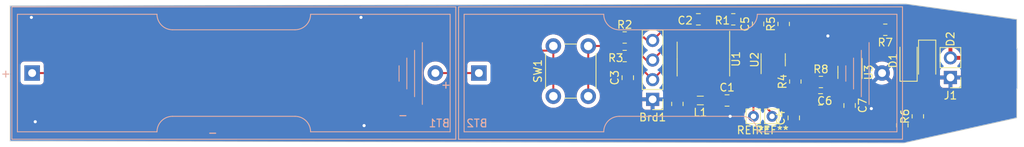
<source format=kicad_pcb>
(kicad_pcb (version 20221018) (generator pcbnew)
  (title_block (title "in circuit esr tester") (date "2024-08-15") (rev "1.4") (company "ozforester"))
  (layers (0 "F.Cu" signal) (31 "B.Cu" signal) (34 "B.Paste" user) (35 "F.Paste" user) (36 "B.SilkS" user "B.Silkscreen") (37 "F.SilkS" user "F.Silkscreen") (38 "B.Mask" user) (39 "F.Mask" user) (44 "Edge.Cuts" user))
  (net 0 "")
  (net 1 "GND")
  (net 2 "VCC")
  (net 3 "/SCL")
  (net 4 "/SDA")
  (net 5 "Net-(BT1-+)")
  (net 6 "Net-(U1-VDD)")
  (net 7 "/PWM")
  (net 8 "Net-(D1-A)")
  (net 9 "/CTRL")
  (net 10 "Net-(BT1--)")
  (net 11 "/ADC5")
  (net 12 "Net-(C4-Pad1)")
  (net 13 "Net-(U2-+)")
  (net 14 "Net-(U1-BOOT0)")
  (net 15 "Net-(U2--)")
  (net 16 "Net-(R8-Pad2)")
  (net 26 "SWD")
  (net 27 "SWCLK")
  (footprint "Capacitor_SMD:C_0805_2012Metric" (layer "F.Cu") (at 184.2 102.75)
    (fp_text reference "C1" (at 0 -1.68) (layer "F.SilkS"))
    (fp_text value "100n")
    (fp_line (start -0.261252 -0.735) (end 0.261252 -0.735) (stroke (width 0.12)) (layer "F.SilkS"))
    (fp_line (start -0.261252 0.735) (end 0.261252 0.735) (stroke (width 0.12)) (layer "F.SilkS"))
    (pad "1" smd roundrect (at -0.95 0) (size 1 1.45) (layers "F.Cu" "F.Paste" "F.Mask") (net 6 "Net-(U1-VDD)"))
    (pad "2" smd roundrect (at 0.95 0) (size 1 1.45) (layers "F.Cu" "F.Paste" "F.Mask") (net 1 "GND"))
  )
  (footprint "Resistor_SMD:R_0805_2012Metric" (layer "F.Cu") (at 208.8 104.8 90)
    (fp_text reference "R6" (at 0 -1.65 90) (layer "F.SilkS"))
    (fp_text value "1k")
    (fp_line (start -0.227064 -0.735) (end 0.227064 -0.735) (stroke (width 0.12)) (layer "F.SilkS"))
    (fp_line (start -0.227064 0.735) (end 0.227064 0.735) (stroke (width 0.12)) (layer "F.SilkS"))
    (pad "1" smd roundrect (at -0.9125 0 90) (size 1.025 1.4) (layers "F.Cu" "F.Paste" "F.Mask") (roundrect_rratio 0.243902439) (net 12 "Net-(C4-Pad1)"))
    (pad "2" smd roundrect (at 0.9125 0 90) (size 1.025 1.4) (layers "F.Cu" "F.Paste" "F.Mask") (roundrect_rratio 0.243902439) (net 8 "Net-(D1-A)"))
  )
  (footprint "Resistor_SMD:R_0805_2012Metric" (layer "F.Cu") (at 185 92.25 180)
    (fp_text reference "R1" (at 1.4 -0.15) (layer "F.SilkS"))
    (fp_text value "47k")
    (fp_line (start -0.227064 -0.735) (end 0.227064 -0.735) (stroke (width 0.12)) (layer "F.SilkS"))
    (fp_line (start -0.227064 0.735) (end 0.227064 0.735) (stroke (width 0.12)) (layer "F.SilkS"))
    (pad "1" smd roundrect (at -0.9125 0 180) (size 1.025 1.4) (layers "F.Cu" "F.Paste" "F.Mask") (roundrect_rratio 0.243902439) (net 1 "GND"))
    (pad "2" smd roundrect (at 0.9125 0 180) (size 1.025 1.4) (layers "F.Cu" "F.Paste" "F.Mask") (roundrect_rratio 0.243902439) (net 14 "Net-(U1-BOOT0)"))
  )
  (footprint "Resistor_SMD:R_0805_2012Metric" (layer "F.Cu") (at 171 97)
    (fp_text reference "R3" (at -1.15 0.25) (layer "F.SilkS"))
    (fp_text value "10k")
    (fp_line (start -0.227064 -0.735) (end 0.227064 -0.735) (stroke (width 0.12)) (layer "F.SilkS"))
    (fp_line (start -0.227064 0.735) (end 0.227064 0.735) (stroke (width 0.12)) (layer "F.SilkS"))
    (pad "1" smd roundrect (at -0.9125 0) (size 1.025 1.4) (layers "F.Cu" "F.Paste" "F.Mask") (roundrect_rratio 0.243902439) (net 2 "VCC"))
    (pad "2" smd roundrect (at 0.9125 0) (size 1.025 1.4) (layers "F.Cu" "F.Paste" "F.Mask") (roundrect_rratio 0.243902439) (net 3 "/SCL"))
  )
  (footprint "Resistor_SMD:R_0805_2012Metric" (layer "F.Cu") (at 193 100.3 90)
    (fp_text reference "R4" (at 0 -1.65 90) (layer "F.SilkS"))
    (fp_text value "330k")
    (fp_line (start -0.227064 -0.735) (end 0.227064 -0.735) (stroke (width 0.12)) (layer "F.SilkS"))
    (fp_line (start -0.227064 0.735) (end 0.227064 0.735) (stroke (width 0.12)) (layer "F.SilkS"))
    (pad "1" smd roundrect (at -0.9125 0 90) (size 1.025 1.4) (layers "F.Cu" "F.Paste" "F.Mask") (roundrect_rratio 0.243902439) (net 11 "/ADC5"))
    (pad "2" smd roundrect (at 0.9125 0 90) (size 1.025 1.4) (layers "F.Cu" "F.Paste" "F.Mask") (roundrect_rratio 0.243902439) (net 15 "Net-(U2--)"))
  )
  (footprint "Capacitor_SMD:C_0805_2012Metric" (layer "F.Cu") (at 196.25 102.6)
    (fp_text reference "C6" (at 0.55 0.2) (layer "F.SilkS"))
    (fp_text value "100n")
    (fp_line (start -0.261252 -0.735) (end 0.261252 -0.735) (stroke (width 0.12)) (layer "F.SilkS"))
    (fp_line (start -0.261252 0.735) (end 0.261252 0.735) (stroke (width 0.12)) (layer "F.SilkS"))
    (pad "1" smd roundrect (at -0.95 0) (size 1 1.45) (layers "F.Cu" "F.Paste" "F.Mask") (net 13 "Net-(U2-+)"))
    (pad "2" smd roundrect (at 0.95 0) (size 1 1.45) (layers "F.Cu" "F.Paste" "F.Mask") (net 1 "GND"))
  )
  (footprint "Connector_Pin:Pin_D0.7mm_L6.5mm_W1.8mm_FlatFork" (layer "F.Cu") (at 190 104.8)
    (fp_text reference "REF**" (at 0 1.8) (layer "F.SilkS"))
    (fp_text value "Pin_D0.7mm_L6.5mm_W1.8mm_FlatFork")
    (fp_line (start -0.95 -0.95) (end -0.95 0.95) (stroke (width 0.12)) (layer "F.SilkS"))
    (fp_line (start -0.95 0.95) (end 0.9 0.95) (stroke (width 0.12)) (layer "F.SilkS"))
    (fp_line (start 0.9 -0.95) (end -0.95 -0.95) (stroke (width 0.12)) (layer "F.SilkS"))
    (fp_line (start 0.9 -0.9) (end 0.9 -0.95) (stroke (width 0.12)) (layer "F.SilkS"))
    (fp_line (start 0.9 0.95) (end 0.9 -0.9) (stroke (width 0.12)) (layer "F.SilkS"))
    (pad "1" thru_hole circle (at 0 0) (size 1.4 1.4) (drill 0.7) (layers "*.Cu" "*.Mask") (net 27 "SWCLK"))
  )
  (footprint "Capacitor_SMD:C_0805_2012Metric" (layer "F.Cu") (at 200 103.4 -90)
    (fp_text reference "C7" (at 0 -1.68 90) (layer "F.SilkS"))
    (fp_text value "100n")
    (fp_line (start -0.261252 -0.735) (end 0.261252 -0.735) (stroke (width 0.12)) (layer "F.SilkS"))
    (fp_line (start -0.261252 0.735) (end 0.261252 0.735) (stroke (width 0.12)) (layer "F.SilkS"))
    (pad "1" smd roundrect (at -0.95 0 270) (size 1 1.45) (layers "F.Cu" "F.Paste" "F.Mask") (net 2 "VCC"))
    (pad "2" smd roundrect (at 0.95 0 270) (size 1 1.45) (layers "F.Cu" "F.Paste" "F.Mask") (net 1 "GND"))
  )
  (footprint "Capacitor_SMD:C_0805_2012Metric" (layer "F.Cu") (at 171.4 99.8 90)
    (fp_text reference "C3" (at 0 -1.68 90) (layer "F.SilkS"))
    (fp_text value "100n")
    (fp_line (start -0.261252 -0.735) (end 0.261252 -0.735) (stroke (width 0.12)) (layer "F.SilkS"))
    (fp_line (start -0.261252 0.735) (end 0.261252 0.735) (stroke (width 0.12)) (layer "F.SilkS"))
    (pad "1" smd roundrect (at -0.95 0 90) (size 1 1.45) (layers "F.Cu" "F.Paste" "F.Mask") (net 1 "GND"))
    (pad "2" smd roundrect (at 0.95 0 90) (size 1 1.45) (layers "F.Cu" "F.Paste" "F.Mask") (net 2 "VCC"))
  )
  (footprint "Resistor_SMD:R_0805_2012Metric" (layer "F.Cu") (at 191.5 92.85 90)
    (fp_text reference "R5" (at 0 -1.65 90) (layer "F.SilkS"))
    (fp_text value "4k7")
    (fp_line (start -0.227064 -0.735) (end 0.227064 -0.735) (stroke (width 0.12)) (layer "F.SilkS"))
    (fp_line (start -0.227064 0.735) (end 0.227064 0.735) (stroke (width 0.12)) (layer "F.SilkS"))
    (pad "1" smd roundrect (at -0.9125 0 90) (size 1.025 1.4) (layers "F.Cu" "F.Paste" "F.Mask") (roundrect_rratio 0.243902439) (net 15 "Net-(U2--)"))
    (pad "2" smd roundrect (at 0.9125 0 90) (size 1.025 1.4) (layers "F.Cu" "F.Paste" "F.Mask") (roundrect_rratio 0.243902439) (net 1 "GND"))
  )
  (footprint "Package_TO_SOT_SMD:SOT-23-5" (layer "F.Cu") (at 190.15 97.4875 90)
    (fp_text reference "U2" (at 0 -2.4 90) (layer "F.SilkS"))
    (fp_text value "MCP6001")
    (fp_line (start 0 -1.56) (end -1.8 -1.56) (stroke (width 0.12)) (layer "F.SilkS"))
    (fp_line (start 0 -1.56) (end 0.8 -1.56) (stroke (width 0.12)) (layer "F.SilkS"))
    (fp_line (start 0 1.56) (end -0.8 1.56) (stroke (width 0.12)) (layer "F.SilkS"))
    (fp_line (start 0 1.56) (end 0.8 1.56) (stroke (width 0.12)) (layer "F.SilkS"))
    (pad "1" smd roundrect (at -1.1375 -0.95 90) (size 1.325 0.6) (layers "F.Cu" "F.Paste" "F.Mask") (net 11 "/ADC5"))
    (pad "2" smd roundrect (at -1.1375 0 90) (size 1.325 0.6) (layers "F.Cu" "F.Paste" "F.Mask") (net 1 "GND"))
    (pad "3" smd roundrect (at -1.1375 0.95 90) (size 1.325 0.6) (layers "F.Cu" "F.Paste" "F.Mask") (net 13 "Net-(U2-+)"))
    (pad "4" smd roundrect (at 1.1375 0.95 90) (size 1.325 0.6) (layers "F.Cu" "F.Paste" "F.Mask") (net 15 "Net-(U2--)"))
    (pad "5" smd roundrect (at 1.1375 -0.95 90) (size 1.325 0.6) (layers "F.Cu" "F.Paste" "F.Mask") (net 2 "VCC"))
  )
  (footprint "Resistor_SMD:R_0805_2012Metric" (layer "F.Cu") (at 196.3 100.3625)
    (fp_text reference "R8" (at 0 -1.65) (layer "F.SilkS"))
    (fp_text value "1k")
    (fp_line (start -0.227064 -0.735) (end 0.227064 -0.735) (stroke (width 0.12)) (layer "F.SilkS"))
    (fp_line (start -0.227064 0.735) (end 0.227064 0.735) (stroke (width 0.12)) (layer "F.SilkS"))
    (pad "1" smd roundrect (at -0.9125 0) (size 1.025 1.4) (layers "F.Cu" "F.Paste" "F.Mask") (roundrect_rratio 0.243902439) (net 13 "Net-(U2-+)"))
    (pad "2" smd roundrect (at 0.9125 0) (size 1.025 1.4) (layers "F.Cu" "F.Paste" "F.Mask") (roundrect_rratio 0.243902439) (net 16 "Net-(R8-Pad2)"))
  )
  (footprint "Capacitor_SMD:C_0805_2012Metric" (layer "F.Cu") (at 188.2 92.85 90)
    (fp_text reference "C5" (at 0 -1.68 90) (layer "F.SilkS"))
    (fp_text value "100n")
    (fp_line (start -0.261252 -0.735) (end 0.261252 -0.735) (stroke (width 0.12)) (layer "F.SilkS"))
    (fp_line (start -0.261252 0.735) (end 0.261252 0.735) (stroke (width 0.12)) (layer "F.SilkS"))
    (pad "1" smd roundrect (at -0.95 0 90) (size 1 1.45) (layers "F.Cu" "F.Paste" "F.Mask") (net 2 "VCC"))
    (pad "2" smd roundrect (at 0.95 0 90) (size 1 1.45) (layers "F.Cu" "F.Paste" "F.Mask") (net 1 "GND"))
  )
  (footprint "Resistor_SMD:R_0805_2012Metric" (layer "F.Cu") (at 177.794108 103.194678 90)
    (fp_text reference "REF**" hide)
    (fp_text value "R_0805_2012Metric" hide)
    (fp_line (start -0.227064 -0.735) (end 0.227064 -0.735) (stroke (width 0.12)) (layer "F.SilkS"))
    (fp_line (start -0.227064 0.735) (end 0.227064 0.735) (stroke (width 0.12)) (layer "F.SilkS"))
    (pad "1" smd roundrect (at -0.9125 0 90) (size 1.025 1.4) (layers "F.Cu" "F.Paste" "F.Mask") (roundrect_rratio 0.243902439) (net 9 "/CTRL"))
    (pad "2" smd roundrect (at 0.9125 0 90) (size 1.025 1.4) (layers "F.Cu" "F.Paste" "F.Mask") (roundrect_rratio 0.243902439) (net 9 "/CTRL"))
  )
  (footprint "Button_Switch_THT:SW_PUSH_6mm_H5mm" (layer "F.Cu") (at 161.8 102.2 90)
    (fp_text reference "SW1" (at 3.25 -2 90) (layer "F.SilkS"))
    (fp_text value "power")
    (fp_line (start -0.25 1.5) (end -0.25 3) (stroke (width 0.12)) (layer "F.SilkS"))
    (fp_line (start 1 5.5) (end 5.5 5.5) (stroke (width 0.12)) (layer "F.SilkS"))
    (fp_line (start 5.5 -1) (end 1 -1) (stroke (width 0.12)) (layer "F.SilkS"))
    (fp_line (start 6.75 3) (end 6.75 1.5) (stroke (width 0.12)) (layer "F.SilkS"))
    (pad "1" thru_hole circle (at 0 0 180) (size 2 2) (drill 1.1) (layers "*.Cu" "*.Mask") (net 5 "Net-(BT1-+)"))
    (pad "1" thru_hole circle (at 6.5 0 180) (size 2 2) (drill 1.1) (layers "*.Cu" "*.Mask") (net 5 "Net-(BT1-+)"))
    (pad "2" thru_hole circle (at 0 4.5 180) (size 2 2) (drill 1.1) (layers "*.Cu" "*.Mask") (net 2 "VCC"))
    (pad "2" thru_hole circle (at 6.5 4.5 180) (size 2 2) (drill 1.1) (layers "*.Cu" "*.Mask") (net 2 "VCC"))
  )
  (footprint "Diode_SMD:D_MiniMELF" (layer "F.Cu") (at 210 97.6 -90)
    (fp_text reference "D2" (at -2.8 -3 90) (layer "F.SilkS"))
    (fp_text value "4148")
    (fp_line (start -2.66 -1.11) (end -2.66 1.11) (stroke (width 0.12)) (layer "F.SilkS"))
    (fp_line (start -2.66 1.11) (end 1.75 1.11) (stroke (width 0.12)) (layer "F.SilkS"))
    (fp_line (start 1.75 -1.11) (end -2.66 -1.11) (stroke (width 0.12)) (layer "F.SilkS"))
    (pad "1" smd roundrect (at -1.75 0 270) (size 1.3 1.7) (layers "F.Cu" "F.Paste" "F.Mask") (roundrect_rratio 0.1923076923) (net 8 "Net-(D1-A)"))
    (pad "2" smd roundrect (at 1.75 0 270) (size 1.3 1.7) (layers "F.Cu" "F.Paste" "F.Mask") (roundrect_rratio 0.1923076923) (net 1 "GND"))
  )
  (footprint "Diode_SMD:D_MiniMELF" (layer "F.Cu") (at 207.6 97.6 90)
    (fp_text reference "D1" (at 0 -2 90) (layer "F.SilkS"))
    (fp_text value "4148")
    (fp_line (start -2.66 -1.11) (end -2.66 1.11) (stroke (width 0.12)) (layer "F.SilkS"))
    (fp_line (start -2.66 1.11) (end 1.75 1.11) (stroke (width 0.12)) (layer "F.SilkS"))
    (fp_line (start 1.75 -1.11) (end -2.66 -1.11) (stroke (width 0.12)) (layer "F.SilkS"))
    (pad "1" smd roundrect (at -1.75 0 90) (size 1.3 1.7) (layers "F.Cu" "F.Paste" "F.Mask") (roundrect_rratio 0.1923076923) (net 1 "GND"))
    (pad "2" smd roundrect (at 1.75 0 90) (size 1.3 1.7) (layers "F.Cu" "F.Paste" "F.Mask") (roundrect_rratio 0.1923076923) (net 8 "Net-(D1-A)"))
  )
  (footprint "Capacitor_SMD:C_0805_2012Metric" (layer "F.Cu") (at 180.5 92.25)
    (fp_text reference "C2" (at -1.7 0.15) (layer "F.SilkS"))
    (fp_text value "100n")
    (fp_line (start -0.261252 -0.735) (end 0.261252 -0.735) (stroke (width 0.12)) (layer "F.SilkS"))
    (fp_line (start -0.261252 0.735) (end 0.261252 0.735) (stroke (width 0.12)) (layer "F.SilkS"))
    (pad "1" smd roundrect (at -0.95 0) (size 1 1.45) (layers "F.Cu" "F.Paste" "F.Mask") (net 1 "GND"))
    (pad "2" smd roundrect (at 0.95 0) (size 1 1.45) (layers "F.Cu" "F.Paste" "F.Mask") (net 2 "VCC"))
  )
  (footprint "Inductor_SMD:L_0805_2012Metric" (layer "F.Cu") (at 180.75 102.75 180)
    (fp_text reference "L1" (at 0 -1.55) (layer "F.SilkS"))
    (fp_text value "100n")
    (fp_line (start -0.399622 -0.56) (end 0.399622 -0.56) (stroke (width 0.12)) (layer "F.SilkS"))
    (fp_line (start -0.399622 0.56) (end 0.399622 0.56) (stroke (width 0.12)) (layer "F.SilkS"))
    (pad "1" smd roundrect (at -1.0625 0 180) (size 0.875 1.2) (layers "F.Cu" "F.Paste" "F.Mask") (net 6 "Net-(U1-VDD)"))
    (pad "2" smd roundrect (at 1.0625 0 180) (size 0.875 1.2) (layers "F.Cu" "F.Paste" "F.Mask") (net 2 "VCC"))
  )
  (footprint "Connector_PinHeader_2.54mm:PinHeader_1x02_P2.54mm_Vertical" (layer "F.Cu") (at 213 99.775 180)
    (fp_text reference "J1" (at 0 -2.33) (layer "F.SilkS"))
    (fp_text value "ESR")
    (fp_line (start -1.33 -1.33) (end 0 -1.33) (stroke (width 0.12)) (layer "F.SilkS"))
    (fp_line (start -1.33 0) (end -1.33 -1.33) (stroke (width 0.12)) (layer "F.SilkS"))
    (fp_line (start -1.33 1.27) (end -1.33 3.87) (stroke (width 0.12)) (layer "F.SilkS"))
    (fp_line (start -1.33 1.27) (end 1.33 1.27) (stroke (width 0.12)) (layer "F.SilkS"))
    (fp_line (start -1.33 3.87) (end 1.33 3.87) (stroke (width 0.12)) (layer "F.SilkS"))
    (fp_line (start 1.33 1.27) (end 1.33 3.87) (stroke (width 0.12)) (layer "F.SilkS"))
    (pad "1" thru_hole rect (at 0 0 180) (size 1.7 1.7) (drill 1) (layers "*.Cu" "*.Mask") (net 1 "GND"))
    (pad "2" thru_hole oval (at 0 2.54 180) (size 1.7 1.7) (drill 1) (layers "*.Cu" "*.Mask") (net 8 "Net-(D1-A)"))
  )
  (footprint "Capacitor_SMD:C_0805_2012Metric" (layer "F.Cu") (at 192.8 105 90)
    (fp_text reference "C4" (at 0 -1.68 90) (layer "F.SilkS"))
    (fp_text value "100n")
    (fp_line (start -0.261252 -0.735) (end 0.261252 -0.735) (stroke (width 0.12)) (layer "F.SilkS"))
    (fp_line (start -0.261252 0.735) (end 0.261252 0.735) (stroke (width 0.12)) (layer "F.SilkS"))
    (pad "1" smd roundrect (at -0.95 0 90) (size 1 1.45) (layers "F.Cu" "F.Paste" "F.Mask") (net 12 "Net-(C4-Pad1)"))
    (pad "2" smd roundrect (at 0.95 0 90) (size 1 1.45) (layers "F.Cu" "F.Paste" "F.Mask") (net 7 "/PWM"))
  )
  (footprint "Resistor_SMD:R_0805_2012Metric" (layer "F.Cu") (at 206.8 105.957584 90)
    (fp_text reference "REF**" hide)
    (fp_text value "R_0805_2012Metric" hide)
    (fp_line (start -0.227064 -0.735) (end 0.227064 -0.735) (stroke (width 0.12)) (layer "F.SilkS"))
    (fp_line (start -0.227064 0.735) (end 0.227064 0.735) (stroke (width 0.12)) (layer "F.SilkS"))
    (pad "1" smd roundrect (at -0.9125 0 90) (size 1.025 1.4) (layers "F.Cu" "F.Paste" "F.Mask") (roundrect_rratio 0.243902439) (net 9 "/CTRL"))
    (pad "2" smd roundrect (at 0.9125 0 90) (size 1.025 1.4) (layers "F.Cu" "F.Paste" "F.Mask") (roundrect_rratio 0.243902439) (net 9 "/CTRL"))
  )
  (footprint "Resistor_SMD:R_0805_2012Metric" (layer "F.Cu") (at 171 94.6)
    (fp_text reference "R2" (at 0 -1.65) (layer "F.SilkS"))
    (fp_text value "10k")
    (fp_line (start -0.227064 -0.735) (end 0.227064 -0.735) (stroke (width 0.12)) (layer "F.SilkS"))
    (fp_line (start -0.227064 0.735) (end 0.227064 0.735) (stroke (width 0.12)) (layer "F.SilkS"))
    (pad "1" smd roundrect (at -0.9125 0) (size 1.025 1.4) (layers "F.Cu" "F.Paste" "F.Mask") (roundrect_rratio 0.243902439) (net 2 "VCC"))
    (pad "2" smd roundrect (at 0.9125 0) (size 1.025 1.4) (layers "F.Cu" "F.Paste" "F.Mask") (roundrect_rratio 0.243902439) (net 4 "/SDA"))
  )
  (footprint "Package_TO_SOT_SMD:SOT-23-6" (layer "F.Cu") (at 200.05 99.1125 -90)
    (fp_text reference "U3" (at 0 -2.4 90) (layer "F.SilkS"))
    (fp_text value "74LVC1G3157")
    (fp_line (start 0 -1.56) (end -1.8 -1.56) (stroke (width 0.12)) (layer "F.SilkS"))
    (fp_line (start 0 -1.56) (end 0.8 -1.56) (stroke (width 0.12)) (layer "F.SilkS"))
    (fp_line (start 0 1.56) (end -0.8 1.56) (stroke (width 0.12)) (layer "F.SilkS"))
    (fp_line (start 0 1.56) (end 0.8 1.56) (stroke (width 0.12)) (layer "F.SilkS"))
    (pad "1" smd roundrect (at -1.1375 -0.95 270) (size 1.325 0.6) (layers "F.Cu" "F.Paste" "F.Mask") (net 8 "Net-(D1-A)"))
    (pad "2" smd roundrect (at -1.1375 0 270) (size 1.325 0.6) (layers "F.Cu" "F.Paste" "F.Mask") (net 1 "GND"))
    (pad "3" smd roundrect (at -1.1375 0.95 270) (size 1.325 0.6) (layers "F.Cu" "F.Paste" "F.Mask") (net 1 "GND"))
    (pad "4" smd roundrect (at 1.1375 0.95 270) (size 1.325 0.6) (layers "F.Cu" "F.Paste" "F.Mask") (net 16 "Net-(R8-Pad2)"))
    (pad "5" smd roundrect (at 1.1375 0 270) (size 1.325 0.6) (layers "F.Cu" "F.Paste" "F.Mask") (net 2 "VCC"))
    (pad "6" smd roundrect (at 1.1375 -0.95 270) (size 1.325 0.6) (layers "F.Cu" "F.Paste" "F.Mask") (net 9 "/CTRL"))
  )
  (footprint "Package_SO:TSSOP-20_4.4x6.5mm_P0.65mm" (layer "F.Cu") (at 181.15 97.3875 -90)
    (fp_text reference "U1" (at 0 -4.2 90) (layer "F.SilkS"))
    (fp_text value "STM32F030F4Px")
    (fp_line (start 0 -3.385) (end -3.6 -3.385) (stroke (width 0.12)) (layer "F.SilkS"))
    (fp_line (start 0 -3.385) (end 2.2 -3.385) (stroke (width 0.12)) (layer "F.SilkS"))
    (fp_line (start 0 3.385) (end -2.2 3.385) (stroke (width 0.12)) (layer "F.SilkS"))
    (fp_line (start 0 3.385) (end 2.2 3.385) (stroke (width 0.12)) (layer "F.SilkS"))
    (pad "1" smd roundrect (at -2.8625 -2.925 270) (size 1.475 0.4) (layers "F.Cu" "F.Paste" "F.Mask") (net 14 "Net-(U1-BOOT0)"))
    (pad "2" smd roundrect (at -2.8625 -2.275 270) (size 1.475 0.4) (layers "F.Cu" "F.Paste" "F.Mask"))
    (pad "3" smd roundrect (at -2.8625 -1.625 270) (size 1.475 0.4) (layers "F.Cu" "F.Paste" "F.Mask"))
    (pad "4" smd roundrect (at -2.8625 -0.975 270) (size 1.475 0.4) (layers "F.Cu" "F.Paste" "F.Mask"))
    (pad "5" smd roundrect (at -2.8625 -0.325 270) (size 1.475 0.4) (layers "F.Cu" "F.Paste" "F.Mask") (net 2 "VCC"))
    (pad "6" smd roundrect (at -2.8625 0.325 270) (size 1.475 0.4) (layers "F.Cu" "F.Paste" "F.Mask"))
    (pad "7" smd roundrect (at -2.8625 0.975 270) (size 1.475 0.4) (layers "F.Cu" "F.Paste" "F.Mask"))
    (pad "8" smd roundrect (at -2.8625 1.625 270) (size 1.475 0.4) (layers "F.Cu" "F.Paste" "F.Mask"))
    (pad "9" smd roundrect (at -2.8625 2.275 270) (size 1.475 0.4) (layers "F.Cu" "F.Paste" "F.Mask") (net 4 "/SDA"))
    (pad "10" smd roundrect (at -2.8625 2.925 270) (size 1.475 0.4) (layers "F.Cu" "F.Paste" "F.Mask") (net 3 "/SCL"))
    (pad "11" smd roundrect (at 2.8625 2.925 270) (size 1.475 0.4) (layers "F.Cu" "F.Paste" "F.Mask") (net 11 "/ADC5"))
    (pad "12" smd roundrect (at 2.8625 2.275 270) (size 1.475 0.4) (layers "F.Cu" "F.Paste" "F.Mask"))
    (pad "13" smd roundrect (at 2.8625 1.625 270) (size 1.475 0.4) (layers "F.Cu" "F.Paste" "F.Mask") (net 9 "/CTRL"))
    (pad "14" smd roundrect (at 2.8625 0.975 270) (size 1.475 0.4) (layers "F.Cu" "F.Paste" "F.Mask"))
    (pad "15" smd roundrect (at 2.8625 0.325 270) (size 1.475 0.4) (layers "F.Cu" "F.Paste" "F.Mask") (net 1 "GND"))
    (pad "16" smd roundrect (at 2.8625 -0.325 270) (size 1.475 0.4) (layers "F.Cu" "F.Paste" "F.Mask") (net 6 "Net-(U1-VDD)"))
    (pad "17" smd roundrect (at 2.8625 -0.975 270) (size 1.475 0.4) (layers "F.Cu" "F.Paste" "F.Mask"))
    (pad "18" smd roundrect (at 2.8625 -1.625 270) (size 1.475 0.4) (layers "F.Cu" "F.Paste" "F.Mask") (net 7 "/PWM"))
    (pad "19" smd roundrect (at 2.8625 -2.275 270) (size 1.475 0.4) (layers "F.Cu" "F.Paste" "F.Mask") (net 26 "SWD"))
    (pad "20" smd roundrect (at 2.8625 -2.925 270) (size 1.475 0.4) (layers "F.Cu" "F.Paste" "F.Mask") (net 27 "SWCLK"))
  )
  (footprint "Resistor_SMD:R_0805_2012Metric" (layer "F.Cu") (at 204.6 93.6 180)
    (fp_text reference "R7" (at 0 -1.65) (layer "F.SilkS"))
    (fp_text value "50")
    (fp_line (start -0.227064 -0.735) (end 0.227064 -0.735) (stroke (width 0.12)) (layer "F.SilkS"))
    (fp_line (start -0.227064 0.735) (end 0.227064 0.735) (stroke (width 0.12)) (layer "F.SilkS"))
    (pad "1" smd roundrect (at -0.9125 0 180) (size 1.025 1.4) (layers "F.Cu" "F.Paste" "F.Mask") (roundrect_rratio 0.243902439) (net 8 "Net-(D1-A)"))
    (pad "2" smd roundrect (at 0.9125 0 180) (size 1.025 1.4) (layers "F.Cu" "F.Paste" "F.Mask") (roundrect_rratio 0.243902439) (net 1 "GND"))
  )
  (footprint "Connector_Pin:Pin_D0.7mm_L6.5mm_W1.8mm_FlatFork" (layer "F.Cu") (at 187.6 104.8)
    (fp_text reference "REF**" (at 0 1.8) (layer "F.SilkS"))
    (fp_text value "Pin_D0.7mm_L6.5mm_W1.8mm_FlatFork")
    (fp_line (start -0.95 -0.95) (end -0.95 0.95) (stroke (width 0.12)) (layer "F.SilkS"))
    (fp_line (start -0.95 0.95) (end 0.9 0.95) (stroke (width 0.12)) (layer "F.SilkS"))
    (fp_line (start 0.9 -0.95) (end -0.95 -0.95) (stroke (width 0.12)) (layer "F.SilkS"))
    (fp_line (start 0.9 -0.9) (end 0.9 -0.95) (stroke (width 0.12)) (layer "F.SilkS"))
    (fp_line (start 0.9 0.95) (end 0.9 -0.9) (stroke (width 0.12)) (layer "F.SilkS"))
    (pad "1" thru_hole circle (at 0 0) (size 1.4 1.4) (drill 0.7) (layers "*.Cu" "*.Mask") (net 26 "SWD"))
  )
  (footprint "Connector_PinHeader_2.54mm:PinHeader_1x04_P2.54mm_Vertical" (layer "F.Cu") (at 174.6 102.6 180)
    (fp_text reference "Brd1" (at 0 -2.33) (layer "F.SilkS"))
    (fp_text value "SSD1306")
    (fp_line (start -1.33 -1.33) (end 0 -1.33) (stroke (width 0.12)) (layer "F.SilkS"))
    (fp_line (start -1.33 0) (end -1.33 -1.33) (stroke (width 0.12)) (layer "F.SilkS"))
    (fp_line (start -1.33 1.27) (end -1.33 8.95) (stroke (width 0.12)) (layer "F.SilkS"))
    (fp_line (start -1.33 1.27) (end 1.33 1.27) (stroke (width 0.12)) (layer "F.SilkS"))
    (fp_line (start -1.33 8.95) (end 1.33 8.95) (stroke (width 0.12)) (layer "F.SilkS"))
    (fp_line (start 1.33 1.27) (end 1.33 8.95) (stroke (width 0.12)) (layer "F.SilkS"))
    (pad "1" thru_hole rect (at 0 0 180) (size 1.7 1.7) (drill 1) (layers "*.Cu" "*.Mask") (net 1 "GND"))
    (pad "2" thru_hole oval (at 0 2.54 180) (size 1.7 1.7) (drill 1) (layers "*.Cu" "*.Mask") (net 2 "VCC"))
    (pad "3" thru_hole oval (at 0 5.08 180) (size 1.7 1.7) (drill 1) (layers "*.Cu" "*.Mask") (net 3 "/SCL"))
    (pad "4" thru_hole oval (at 0 7.62 180) (size 1.7 1.7) (drill 1) (layers "*.Cu" "*.Mask") (net 4 "/SDA"))
  )
  (footprint "Battery:BatteryHolder_Keystone_2460_1xAA" (layer "B.Cu") (at 152.2 99.2)
    (fp_text reference "BT2" (at -0.25 6.5) (layer "B.SilkS") (effects (justify mirror)))
    (fp_text value "AAA")
    (fp_text user "+" (at -4.25 1.5) (layer "B.SilkS") (effects (justify mirror)))
    (fp_text user "-" (at -9.795 5.4425) (layer "B.SilkS") (effects (justify mirror)))
    (fp_line (start -2.62 -8.565) (end -2.62 8.565) (stroke (width 0.12)) (layer "B.SilkS"))
    (fp_line (start -2.62 8.565) (end 54.62 8.565) (stroke (width 0.12)) (layer "B.SilkS"))
    (fp_line (start -1.9 -7.6) (end 16.1 -7.6) (stroke (width 0.12)) (layer "B.SilkS"))
    (fp_line (start -1.9 7.6) (end -1.9 -7.6) (stroke (width 0.12)) (layer "B.SilkS"))
    (fp_line (start -1.9 7.6) (end 16.1 7.6) (stroke (width 0.12)) (layer "B.SilkS"))
    (fp_line (start 18.1 5.6) (end 33.9 5.6) (stroke (width 0.12)) (layer "B.SilkS"))
    (fp_line (start 33.9 -5.6) (end 18.1 -5.6) (stroke (width 0.12)) (layer "B.SilkS"))
    (fp_line (start 35.9 -7.6) (end 53.9 -7.6) (stroke (width 0.12)) (layer "B.SilkS"))
    (fp_line (start 35.9 7.6) (end 53.9 7.6) (stroke (width 0.12)) (layer "B.SilkS"))
    (fp_line (start 47.31 1.06) (end 47.31 -0.94) (stroke (width 0.12)) (layer "B.SilkS"))
    (fp_line (start 48.31 2.06) (end 48.31 -1.94) (stroke (width 0.12)) (layer "B.SilkS"))
    (fp_line (start 49.31 -2.94) (end 49.31 3.06) (stroke (width 0.12)) (layer "B.SilkS"))
    (fp_line (start 50.31 4.06) (end 50.31 -3.94) (stroke (width 0.12)) (layer "B.SilkS"))
    (fp_line (start 53.9 7.6) (end 53.9 -7.6) (stroke (width 0.12)) (layer "B.SilkS"))
    (fp_line (start 54.62 -8.565) (end -2.62 -8.565) (stroke (width 0.12)) (layer "B.SilkS"))
    (fp_line (start 54.62 8.565) (end 54.62 -8.565) (stroke (width 0.12)) (layer "B.SilkS"))
    (fp_arc (start 16.1 7.6) (mid 16.685786 6.185786) (end 18.1 5.6) (stroke (width 0.12)) (layer "B.SilkS"))
    (fp_arc (start 18.1 -5.6) (mid 16.685786 -6.185786) (end 16.1 -7.6) (stroke (width 0.12)) (layer "B.SilkS"))
    (fp_arc (start 33.9 5.6) (mid 35.314214 6.185786) (end 35.9 7.6) (stroke (width 0.12)) (layer "B.SilkS"))
    (fp_arc (start 35.9 -7.6) (mid 35.314214 -6.185786) (end 33.9 -5.6) (stroke (width 0.12)) (layer "B.SilkS"))
    (pad "1" thru_hole rect (at 0 0 180) (size 2 2) (drill 1.02) (layers "*.Cu" "*.Mask") (net 10 "Net-(BT1--)"))
    (pad "2" thru_hole circle (at 51.99 0 180) (size 2 2) (drill 1.02) (layers "*.Cu" "*.Mask") (net 1 "GND"))
  )
  (footprint "Battery:BatteryHolder_Keystone_2460_1xAA" (layer "B.Cu") (at 94.6 99.2)
    (fp_text reference "BT1" (at 52.5 6.5) (layer "B.SilkS") (effects (justify mirror)))
    (fp_text value "AAA" hide)
    (fp_text user "+" (at -3.4 0.06) (layer "B.SilkS") (effects (justify mirror)))
    (fp_text user "-" (at 23.28 7.71) (layer "B.SilkS") (effects (justify mirror)))
    (fp_line (start -2.62 -8.565) (end -2.62 8.565) (stroke (width 0.12)) (layer "B.SilkS"))
    (fp_line (start -2.62 8.565) (end 54.62 8.565) (stroke (width 0.12)) (layer "B.SilkS"))
    (fp_line (start -1.9 -7.6) (end 16.1 -7.6) (stroke (width 0.12)) (layer "B.SilkS"))
    (fp_line (start -1.9 7.6) (end -1.9 -7.6) (stroke (width 0.12)) (layer "B.SilkS"))
    (fp_line (start -1.9 7.6) (end 16.1 7.6) (stroke (width 0.12)) (layer "B.SilkS"))
    (fp_line (start 18.1 5.6) (end 33.9 5.6) (stroke (width 0.12)) (layer "B.SilkS"))
    (fp_line (start 33.9 -5.6) (end 18.1 -5.6) (stroke (width 0.12)) (layer "B.SilkS"))
    (fp_line (start 35.9 -7.6) (end 53.9 -7.6) (stroke (width 0.12)) (layer "B.SilkS"))
    (fp_line (start 35.9 7.6) (end 53.9 7.6) (stroke (width 0.12)) (layer "B.SilkS"))
    (fp_line (start 47.31 1.06) (end 47.31 -0.94) (stroke (width 0.12)) (layer "B.SilkS"))
    (fp_line (start 48.31 2.06) (end 48.31 -1.94) (stroke (width 0.12)) (layer "B.SilkS"))
    (fp_line (start 49.31 -2.94) (end 49.31 3.06) (stroke (width 0.12)) (layer "B.SilkS"))
    (fp_line (start 50.31 4.06) (end 50.31 -3.94) (stroke (width 0.12)) (layer "B.SilkS"))
    (fp_line (start 53.9 7.6) (end 53.9 -7.6) (stroke (width 0.12)) (layer "B.SilkS"))
    (fp_line (start 54.62 -8.565) (end -2.62 -8.565) (stroke (width 0.12)) (layer "B.SilkS"))
    (fp_line (start 54.62 8.565) (end 54.62 -8.565) (stroke (width 0.12)) (layer "B.SilkS"))
    (fp_arc (start 16.1 7.6) (mid 16.685786 6.185786) (end 18.1 5.6) (stroke (width 0.12)) (layer "B.SilkS"))
    (fp_arc (start 18.1 -5.6) (mid 16.685786 -6.185786) (end 16.1 -7.6) (stroke (width 0.12)) (layer "B.SilkS"))
    (fp_arc (start 33.9 5.6) (mid 35.314214 6.185786) (end 35.9 7.6) (stroke (width 0.12)) (layer "B.SilkS"))
    (fp_arc (start 35.9 -7.6) (mid 35.314214 -6.185786) (end 33.9 -5.6) (stroke (width 0.12)) (layer "B.SilkS"))
    (pad "1" thru_hole rect (at 0 0 180) (size 2 2) (drill 1.02) (layers "*.Cu" "*.Mask") (net 5 "Net-(BT1-+)"))
    (pad "2" thru_hole circle (at 51.99 0 180) (size 2 2) (drill 1.02) (layers "*.Cu" "*.Mask") (net 10 "Net-(BT1--)"))
  )
  (gr_poly (pts (xy 221.55 101.25) (xy 221.6 101.25) (xy 221.6 96) (xy 221.55 96) (xy 221.55 92.25) (xy 207.25 90.25) (xy 91.75 90.5) (xy 91.75 108) (xy 207 108.25) (xy 221.55 105)) (stroke (width 0.1)) (fill none) (layer "Edge.Cuts"))
  (gr_text "rev 1.4" (at 101.5 104.75) (layer "F.Cu" knockout) (effects (font (size 1.5 1.5) (thickness 0.3) bold) (justify left bottom)))
  (segment (start 196.291013 98.891013) (end 196.2 98.8) (width 0.25) (layer "F.Cu") (net 1))
  (segment (start 197.2 102.5) (end 196.291013 101.591013) (width 0.25) (layer "F.Cu") (net 1))
  (segment (start 180.825 100.25) (end 180.825 98.625) (width 0.25) (layer "F.Cu") (net 1))
  (segment (start 196.291013 101.591013) (end 196.291013 98.891013) (width 0.25) (layer "F.Cu") (net 1))
  (segment (start 180.825 100.25) (end 180.825 103.75) (width 0.25) (layer "F.Cu") (net 1))
  (via (at 137.4 106) (size 0.8) (drill 0.4) (layers "F.Cu" "B.Cu") (net 1))
  (via (at 95 105.5) (size 0.8) (drill 0.4) (layers "F.Cu" "B.Cu") (net 1))
  (via (at 202.8 103.8) (size 0.8) (drill 0.4) (layers "F.Cu" "B.Cu") (net 1))
  (via (at 184.6 104.8) (size 0.8) (drill 0.4) (layers "F.Cu" "B.Cu") (net 1))
  (via (at 197.2 94.4) (size 0.8) (drill 0.4) (layers "F.Cu" "B.Cu") (net 1))
  (via (at 94.5 92) (size 0.8) (drill 0.4) (layers "F.Cu" "B.Cu") (net 1))
  (via (at 137 92) (size 0.8) (drill 0.4) (layers "F.Cu" "B.Cu") (net 1))
  (segment (start 181.5 96.1) (end 181.5 94.55) (width 0.25) (layer "F.Cu") (net 2))
  (segment (start 189.2 96.35) (end 189.2 94.8) (width 0.25) (layer "F.Cu") (net 2))
  (segment (start 176.8 103.2) (end 176.2 102.6) (width 0.25) (layer "F.Cu") (net 2))
  (segment (start 170.0875 97) (end 170.0875 94.6) (width 0.25) (layer "F.Cu") (net 2))
  (segment (start 181.475 92.7125) (end 181.475 94.525) (width 0.25) (layer "F.Cu") (net 2))
  (segment (start 189.2 94.8) (end 188.2 93.8) (width 0.25) (layer "F.Cu") (net 2))
  (segment (start 174.6 100.06) (end 175.66 99) (width 0.25) (layer "F.Cu") (net 2))
  (segment (start 168.7875 95.7) (end 166.3 95.7) (width 0.25) (layer "F.Cu") (net 2))
  (segment (start 166.3 102.2) (end 166.3 95.7) (width 0.25) (layer "F.Cu") (net 2))
  (segment (start 173.39 98.85) (end 174.6 100.06) (width 0.25) (layer "F.Cu") (net 2))
  (segment (start 170.0875 97.5375) (end 170.0875 97) (width 0.25) (layer "F.Cu") (net 2))
  (segment (start 182.413604 106.4) (end 190.505913 106.4) (width 0.25) (layer "F.Cu") (net 2))
  (segment (start 176.2 102.6) (end 176.2 99) (width 0.25) (layer "F.Cu") (net 2))
  (segment (start 170.0875 97) (end 168.7875 95.7) (width 0.25) (layer "F.Cu") (net 2))
  (segment (start 176.2 99) (end 179.1 96.1) (width 0.25) (layer "F.Cu") (net 2))
  (segment (start 188.2 93.8) (end 185.9 96.1) (width 0.25) (layer "F.Cu") (net 2))
  (segment (start 179.6875 103.673896) (end 182.413604 106.4) (width 0.25) (layer "F.Cu") (net 2))
  (segment (start 191.905913 105) (end 197.2 105) (width 0.25) (layer "F.Cu") (net 2))
  (segment (start 171.4 98.85) (end 170.0875 97.5375) (width 0.25) (layer "F.Cu") (net 2))
  (segment (start 200.05 102.15) (end 200.05 100.25) (width 0.25) (layer "F.Cu") (net 2))
  (segment (start 179.1 96.1) (end 181.5 96.1) (width 0.25) (layer "F.Cu") (net 2))
  (segment (start 179.6875 102.75) (end 179.2375 103.2) (width 0.25) (layer "F.Cu") (net 2))
  (segment (start 171.4 98.85) (end 173.39 98.85) (width 0.25) (layer "F.Cu") (net 2))
  (segment (start 179.2375 103.2) (end 176.8 103.2) (width 0.25) (layer "F.Cu") (net 2))
  (segment (start 175.66 99) (end 176.2 99) (width 0.25) (layer "F.Cu") (net 2))
  (segment (start 181.5 94.55) (end 181.475 94.525) (width 0.25) (layer "F.Cu") (net 2))
  (segment (start 190.505913 106.4) (end 191.905913 105) (width 0.25) (layer "F.Cu") (net 2))
  (segment (start 197.2 105) (end 200.05 102.15) (width 0.25) (layer "F.Cu") (net 2))
  (segment (start 185.9 96.1) (end 181.5 96.1) (width 0.25) (layer "F.Cu") (net 2))
  (segment (start 179.6875 102.75) (end 179.6875 103.673896) (width 0.25) (layer "F.Cu") (net 2))
  (segment (start 174.6 97.52) (end 175.7 96.42) (width 0.25) (layer "F.Cu") (net 3))
  (segment (start 176.78 96.42) (end 178.225 94.975) (width 0.25) (layer "F.Cu") (net 3))
  (segment (start 178.225 94.975) (end 178.225 94.525) (width 0.25) (layer "F.Cu") (net 3))
  (segment (start 174.6 97.52) (end 173.785 97.52) (width 0.25) (layer "F.Cu") (net 3))
  (segment (start 173.265 97) (end 171.9125 97) (width 0.25) (layer "F.Cu") (net 3))
  (segment (start 175.7 96.42) (end 176.78 96.42) (width 0.25) (layer "F.Cu") (net 3))
  (segment (start 173.785 97.52) (end 173.265 97) (width 0.25) (layer "F.Cu") (net 3))
  (segment (start 173.5 94.6) (end 171.9125 94.6) (width 0.25) (layer "F.Cu") (net 4))
  (segment (start 178.35 93.1) (end 178.875 93.625) (width 0.25) (layer "F.Cu") (net 4))
  (segment (start 173.88 94.98) (end 173.5 94.6) (width 0.25) (layer "F.Cu") (net 4))
  (segment (start 176.48 93.1) (end 178.35 93.1) (width 0.25) (layer "F.Cu") (net 4))
  (segment (start 174.6 94.98) (end 176.48 93.1) (width 0.25) (layer "F.Cu") (net 4))
  (segment (start 178.875 93.625) (end 178.875 94.525) (width 0.25) (layer "F.Cu") (net 4))
  (segment (start 174.6 94.98) (end 173.88 94.98) (width 0.25) (layer "F.Cu") (net 4))
  (segment (start 137.4 96.2) (end 137.5 96.3) (width 0.25) (layer "F.Cu") (net 5))
  (segment (start 137.5 96.3) (end 161.2 96.3) (width 0.25) (layer "F.Cu") (net 5))
  (segment (start 161.2 96.3) (end 161.8 95.7) (width 0.25) (layer "F.Cu") (net 5))
  (segment (start 161.8 95.7) (end 161.8 102.2) (width 0.25) (layer "F.Cu") (net 5))
  (segment (start 94.6 99.2) (end 134.4 99.2) (width 0.25) (layer "F.Cu") (net 5))
  (segment (start 134.4 99.2) (end 137.4 96.2) (width 0.25) (layer "F.Cu") (net 5))
  (segment (start 181.8125 102.75) (end 183.25 102.75) (width 0.25) (layer "F.Cu") (net 6))
  (segment (start 181.475 102.4125) (end 181.8125 102.75) (width 0.25) (layer "F.Cu") (net 6))
  (segment (start 181.475 100.25) (end 181.475 102.4125) (width 0.25) (layer "F.Cu") (net 6))
  (segment (start 191.45 104.05) (end 186 98.6) (width 0.25) (layer "F.Cu") (net 7))
  (segment (start 186 98.6) (end 183.4 98.6) (width 0.25) (layer "F.Cu") (net 7))
  (segment (start 182.775 99.225) (end 182.775 100.25) (width 0.25) (layer "F.Cu") (net 7))
  (segment (start 192.8 104.05) (end 191.45 104.05) (width 0.25) (layer "F.Cu") (net 7))
  (segment (start 183.4 98.6) (end 182.775 99.225) (width 0.25) (layer "F.Cu") (net 7))
  (segment (start 205 102.6) (end 202 99.6) (width 0.25) (layer "F.Cu") (net 8))
  (segment (start 207.5125 102.6) (end 205 102.6) (width 0.25) (layer "F.Cu") (net 8))
  (segment (start 201.975 97.975) (end 202 98) (width 0.25) (layer "F.Cu") (net 8))
  (segment (start 202 99.6) (end 202 98) (width 0.25) (layer "F.Cu") (net 8))
  (segment (start 203.6 95.5125) (end 205.8875 95.5125) (width 0.25) (layer "F.Cu") (net 8))
  (segment (start 201 97.975) (end 201.975 97.975) (width 0.25) (layer "F.Cu") (net 8))
  (segment (start 202 98) (end 202 97.1125) (width 0.25) (layer "F.Cu") (net 8))
  (segment (start 208.8 103.8875) (end 207.5125 102.6) (width 0.25) (layer "F.Cu") (net 8))
  (segment (start 202 97.1125) (end 203.6 95.5125) (width 0.25) (layer "F.Cu") (net 8))
  (segment (start 206.8 106.870084) (end 206.670084 107) (width 0.25) (layer "F.Cu") (net 9))
  (segment (start 206.670084 107) (end 182 107) (width 0.25) (layer "F.Cu") (net 9))
  (segment (start 204.6 103.2) (end 206.2 103.2) (width 0.25) (layer "F.Cu") (net 9))
  (segment (start 206.8 103.8) (end 206.8 105.045084) (width 0.25) (layer "F.Cu") (net 9))
  (segment (start 201.65 100.25) (end 204.6 103.2) (width 0.25) (layer "F.Cu") (net 9))
  (segment (start 206.2 103.2) (end 206.8 103.8) (width 0.25) (layer "F.Cu") (net 9))
  (segment (start 178.442822 102.282178) (end 179.525 101.2) (width 0.25) (layer "F.Cu") (net 9))
  (segment (start 179.107178 104.107178) (end 177.794108 104.107178) (width 0.25) (layer "F.Cu") (net 9))
  (segment (start 201 100.25) (end 201.65 100.25) (width 0.25) (layer "F.Cu") (net 9))
  (segment (start 182 107) (end 179.107178 104.107178) (width 0.25) (layer "F.Cu") (net 9))
  (segment (start 179.525 101.2) (end 179.525 100.25) (width 0.25) (layer "F.Cu") (net 9))
  (segment (start 177.794108 102.282178) (end 178.442822 102.282178) (width 0.25) (layer "F.Cu") (net 9))
  (segment (start 146.59 99.2) (end 152.2 99.2) (width 0.25) (layer "F.Cu") (net 10))
  (segment (start 178.225 98.175) (end 178.225 100.25) (width 0.25) (layer "F.Cu") (net 11))
  (segment (start 189.2 99.45) (end 189.2 98.625) (width 0.25) (layer "F.Cu") (net 11))
  (segment (start 187.05 96.8) (end 179.6 96.8) (width 0.25) (layer "F.Cu") (net 11))
  (segment (start 188.875 98.625) (end 187.05 96.8) (width 0.25) (layer "F.Cu") (net 11))
  (segment (start 179.6 96.8) (end 178.225 98.175) (width 0.25) (layer "F.Cu") (net 11))
  (segment (start 189.2 98.625) (end 188.875 98.625) (width 0.25) (layer "F.Cu") (net 11))
  (segment (start 190.9625 101.2125) (end 189.2 99.45) (width 0.25) (layer "F.Cu") (net 11))
  (segment (start 193 101.2125) (end 190.9625 101.2125) (width 0.25) (layer "F.Cu") (net 11))
  (segment (start 208.5625 105.95) (end 192.8 105.95) (width 0.25) (layer "F.Cu") (net 12))
  (segment (start 208.8 105.7125) (end 208.5625 105.95) (width 0.25) (layer "F.Cu") (net 12))
  (segment (start 192 100.3) (end 191.1 99.4) (width 0.25) (layer "F.Cu") (net 13))
  (segment (start 195.325 100.3) (end 192 100.3) (width 0.25) (layer "F.Cu") (net 13))
  (segment (start 195.3 100.45) (end 195.3875 100.3625) (width 0.25) (layer "F.Cu") (net 13))
  (segment (start 195.3875 100.3625) (end 195.325 100.3) (width 0.25) (layer "F.Cu") (net 13))
  (segment (start 191.1 99.4) (end 191.1 98.625) (width 0.25) (layer "F.Cu") (net 13))
  (segment (start 195.3 102.6) (end 195.3 100.45) (width 0.25) (layer "F.Cu") (net 13))
  (segment (start 184.075 92.725) (end 184.075 94.525) (width 0.25) (layer "F.Cu") (net 14))
  (segment (start 191.1 94.1625) (end 191.5 93.7625) (width 0.25) (layer "F.Cu") (net 15))
  (segment (start 193 98.3) (end 191.1 96.4) (width 0.25) (layer "F.Cu") (net 15))
  (segment (start 191.1 96.35) (end 191.1 94.1625) (width 0.25) (layer "F.Cu") (net 15))
  (segment (start 193 99.3875) (end 193 98.3) (width 0.25) (layer "F.Cu") (net 15))
  (segment (start 191.1 96.4) (end 191.1 96.35) (width 0.25) (layer "F.Cu") (net 15))
  (segment (start 197.325 100.25) (end 197.2125 100.3625) (width 0.25) (layer "F.Cu") (net 16))
  (segment (start 199.1 100.25) (end 197.325 100.25) (width 0.25) (layer "F.Cu") (net 16))
  (segment (start 183.425 101.225) (end 183.8 101.6) (width 0.25) (layer "F.Cu") (net 26))
  (segment (start 183.425 100.25) (end 183.425 101.225) (width 0.25) (layer "F.Cu") (net 26))
  (segment (start 183.8 101.6) (end 186 101.6) (width 0.25) (layer "F.Cu") (net 26))
  (segment (start 186 101.6) (end 187.6 103.2) (width 0.25) (layer "F.Cu") (net 26))
  (segment (start 187.6 103.2) (end 187.6 104.8) (width 0.25) (layer "F.Cu") (net 26))
  (segment (start 190 104.8) (end 190 104.410051) (width 0.25) (layer "F.Cu") (net 27))
  (segment (start 190 104.410051) (end 185.839949 100.25) (width 0.25) (layer "F.Cu") (net 27))
  (segment (start 185.839949 100.25) (end 184.075 100.25) (width 0.25) (layer "F.Cu") (net 27))
  (zone (net 1) (net_name "GND") (layer "F.Cu") (connect_pads (clearance 0.5)) (min_thickness 0.25) (fill yes (thermal_gap 0.5) (thermal_bridge_width 0.5))
    (polygon (pts (xy 91.25 90) (xy 207.5 89.75) (xy 222.25 91.75) (xy 222.25 96.5) (xy 222.25 100.75) (xy 222 105.25) (xy 207.5 108.75) (xy 91.25 108.25)))
  )
  (zone (net 8) (net_name "Net-(D1-A)") (layer "F.Cu") (priority 2) (connect_pads (clearance 0.5)) (min_thickness 0.25) (fill yes (thermal_gap 0.5) (thermal_bridge_width 0.5))
    (polygon (pts (xy 221.6 96) (xy 221.6 98.4) (xy 212 98.341442) (xy 211.6 96.8) (xy 204.8 96.8) (xy 205 90.2) (xy 207.2 90.2) (xy 221.8 92.2)))
  )
  (zone (net 0) (net_name "") (layer "F.Cu") (connect_pads (clearance 0)) (min_thickness 0.25)
    (keepout (tracks not_allowed) (vias not_allowed) (pads not_allowed) (copperpour not_allowed) (footprints not_allowed))
    (fill (thermal_gap 0.5) (thermal_bridge_width 0.5))
    (polygon (pts (xy 204 96) (xy 206.2 96) (xy 206.2 96.6) (xy 211.8 96.6) (xy 211.8 98.4) (xy 211.4 97.2) (xy 202.8 97.2)))
  )
  (zone (net 1) (net_name "GND") (layer "B.Cu") (priority 1) (connect_pads (clearance 0.5)) (min_thickness 0.25) (fill yes (thermal_gap 0.5) (thermal_bridge_width 0.5))
    (polygon (pts (xy 91.25 90) (xy 207.25 89.75) (xy 222.5 92) (xy 222.25 96.5) (xy 222.25 100.75) (xy 222 105.25) (xy 207.25 108.75) (xy 91.25 108.25)))
  )
)
</source>
